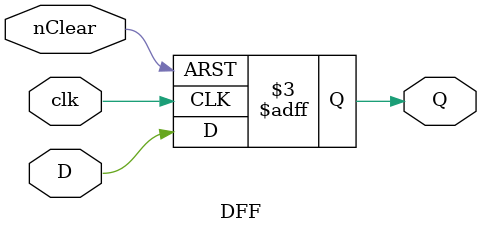
<source format=v>
`timescale 1ns / 1ps

module DFF(clk, D, Q, nClear);
	input clk, D, nClear;
	output reg Q;
	
	always @(posedge clk or negedge nClear)
	begin
		if (~nClear) 
			Q=0; 
		else 
			Q=D;
	end


endmodule

</source>
